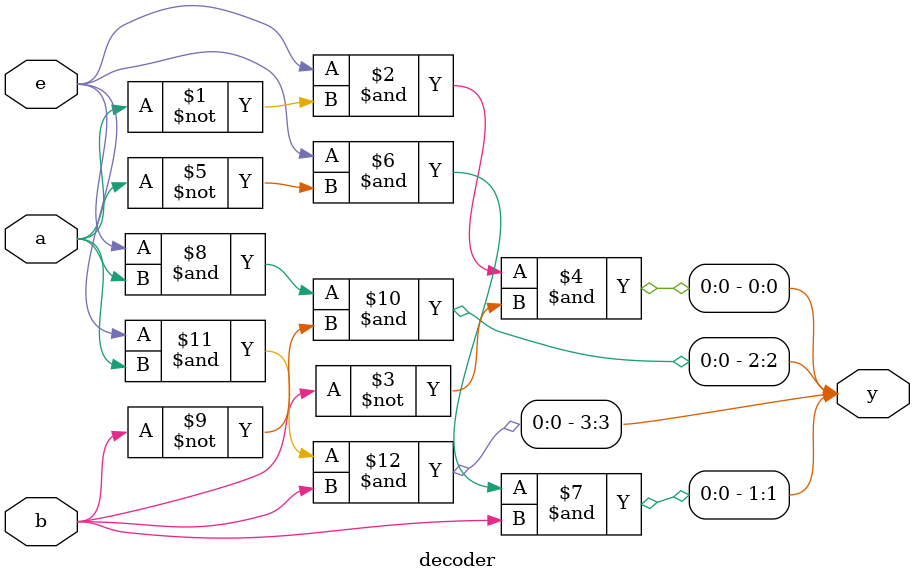
<source format=sv>
module decoder(a,b,e,y);
  input a,b,e;
  output [3:0] y;
  assign y[0] = e&~a&~b;
  assign y[1] = e&~a&b;
  assign y[2] = e&a&~b;
  assign y[3] = e&a&b;
endmodule
  
</source>
